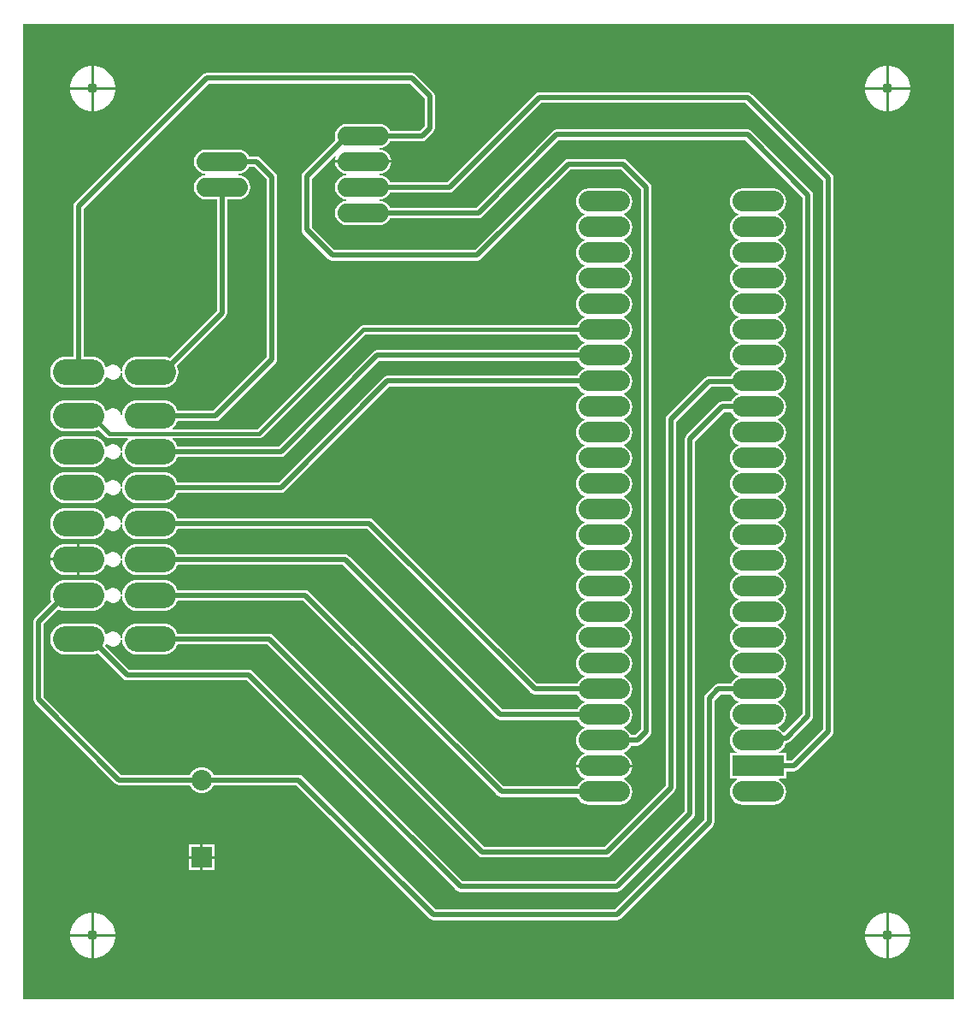
<source format=gbr>
%TF.GenerationSoftware,Altium Limited,Altium Designer,24.4.1 (13)*%
G04 Layer_Physical_Order=2*
G04 Layer_Color=16711680*
%FSLAX45Y45*%
%MOMM*%
%TF.SameCoordinates,D1C9AD75-6FC3-430C-8E8E-54DC3705F24A*%
%TF.FilePolarity,Positive*%
%TF.FileFunction,Copper,L2,Bot,Signal*%
%TF.Part,Single*%
G01*
G75*
%TA.AperFunction,ViaPad*%
%ADD10C,1.01600*%
%TA.AperFunction,Conductor*%
%ADD11C,0.50800*%
%ADD12C,0.38100*%
%TA.AperFunction,ComponentPad*%
%ADD13O,5.08000X2.54000*%
%ADD14C,2.03200*%
%ADD15R,2.03200X2.03200*%
%ADD16O,5.08000X1.90500*%
%ADD17O,5.08000X2.03200*%
%ADD18R,5.08000X2.03200*%
G36*
X11836400Y2667000D02*
X2616200D01*
Y12319000D01*
X11836400D01*
Y2667000D01*
D02*
G37*
%LPC*%
G36*
X11198200Y11909400D02*
X11188700D01*
Y11696700D01*
X11401400D01*
Y11706200D01*
X11392738Y11749747D01*
X11375747Y11790767D01*
X11351080Y11827684D01*
X11319684Y11859080D01*
X11282767Y11883747D01*
X11241747Y11900738D01*
X11198200Y11909400D01*
D02*
G37*
G36*
X11163300D02*
X11153800D01*
X11110253Y11900738D01*
X11069233Y11883747D01*
X11032316Y11859080D01*
X11000920Y11827684D01*
X10976253Y11790767D01*
X10959262Y11749747D01*
X10950600Y11706200D01*
Y11696700D01*
X11163300D01*
Y11909400D01*
D02*
G37*
G36*
X3324200D02*
X3314700D01*
Y11696700D01*
X3527400D01*
Y11706200D01*
X3518738Y11749747D01*
X3501747Y11790767D01*
X3477080Y11827684D01*
X3445684Y11859080D01*
X3408767Y11883747D01*
X3367747Y11900738D01*
X3324200Y11909400D01*
D02*
G37*
G36*
X3289300D02*
X3279800D01*
X3236253Y11900738D01*
X3195233Y11883747D01*
X3158316Y11859080D01*
X3126920Y11827684D01*
X3102253Y11790767D01*
X3085262Y11749747D01*
X3076600Y11706200D01*
Y11696700D01*
X3289300D01*
Y11909400D01*
D02*
G37*
G36*
X11401400Y11671300D02*
X11188700D01*
Y11458600D01*
X11198200D01*
X11241747Y11467262D01*
X11282767Y11484253D01*
X11319684Y11508920D01*
X11351080Y11540316D01*
X11375747Y11577233D01*
X11392738Y11618253D01*
X11401400Y11661800D01*
Y11671300D01*
D02*
G37*
G36*
X11163300D02*
X10950600D01*
Y11661800D01*
X10959262Y11618253D01*
X10976253Y11577233D01*
X11000920Y11540316D01*
X11032316Y11508920D01*
X11069233Y11484253D01*
X11110253Y11467262D01*
X11153800Y11458600D01*
X11163300D01*
Y11671300D01*
D02*
G37*
G36*
X3527400D02*
X3314700D01*
Y11458600D01*
X3324200D01*
X3367747Y11467262D01*
X3408767Y11484253D01*
X3445684Y11508920D01*
X3477080Y11540316D01*
X3501747Y11577233D01*
X3518738Y11618253D01*
X3527400Y11661800D01*
Y11671300D01*
D02*
G37*
G36*
X3289300D02*
X3076600D01*
Y11661800D01*
X3085262Y11618253D01*
X3102253Y11577233D01*
X3126920Y11540316D01*
X3158316Y11508920D01*
X3195233Y11484253D01*
X3236253Y11467262D01*
X3279800Y11458600D01*
X3289300D01*
Y11671300D01*
D02*
G37*
G36*
X6464300Y11837395D02*
X4432300D01*
X4412479Y11833453D01*
X4395675Y11822225D01*
X3125675Y10552225D01*
X3114447Y10535421D01*
X3110505Y10515600D01*
Y9030437D01*
X3035300D01*
X3005424Y9027495D01*
X2976697Y9018781D01*
X2950221Y9004629D01*
X2927015Y8985585D01*
X2907971Y8962379D01*
X2893819Y8935903D01*
X2885105Y8907176D01*
X2882163Y8877300D01*
X2885105Y8847424D01*
X2893819Y8818697D01*
X2907971Y8792221D01*
X2927015Y8769015D01*
X2950221Y8749971D01*
X2976697Y8735819D01*
X3005424Y8727105D01*
X3035300Y8724163D01*
X3289300D01*
X3319176Y8727105D01*
X3347903Y8735819D01*
X3374379Y8749971D01*
X3397585Y8769015D01*
X3416629Y8792221D01*
X3430781Y8818697D01*
X3433164Y8826554D01*
X3446842Y8827894D01*
X3458412Y8816325D01*
X3475788Y8806293D01*
X3495168Y8801100D01*
X3515232D01*
X3534612Y8806293D01*
X3551988Y8816325D01*
X3566175Y8830512D01*
X3576207Y8847888D01*
X3581400Y8867268D01*
Y8869190D01*
X3594100Y8869814D01*
X3596305Y8847424D01*
X3605019Y8818697D01*
X3619171Y8792221D01*
X3638215Y8769015D01*
X3661421Y8749971D01*
X3687897Y8735819D01*
X3716624Y8727105D01*
X3746500Y8724163D01*
X4000500D01*
X4030376Y8727105D01*
X4059103Y8735819D01*
X4085579Y8749971D01*
X4108785Y8769015D01*
X4127829Y8792221D01*
X4141981Y8818697D01*
X4150695Y8847424D01*
X4153637Y8877300D01*
X4150695Y8907176D01*
X4141981Y8935903D01*
X4138627Y8942177D01*
X4621325Y9424875D01*
X4632553Y9441679D01*
X4636495Y9461500D01*
Y10584409D01*
X4743450D01*
X4774946Y10588555D01*
X4804296Y10600712D01*
X4829499Y10620051D01*
X4848838Y10645254D01*
X4860995Y10674604D01*
X4865141Y10706100D01*
X4860995Y10737596D01*
X4848838Y10766946D01*
X4829499Y10792149D01*
X4804296Y10811488D01*
X4774946Y10823645D01*
X4751775Y10826695D01*
Y10839505D01*
X4774946Y10842555D01*
X4804296Y10854712D01*
X4829499Y10874051D01*
X4848838Y10899254D01*
X4852586Y10908305D01*
X4906146D01*
X5028205Y10786246D01*
Y9025754D01*
X4499746Y8497295D01*
X4144046D01*
X4141981Y8504103D01*
X4127829Y8530579D01*
X4108785Y8553785D01*
X4085579Y8572829D01*
X4059103Y8586981D01*
X4030376Y8595695D01*
X4000500Y8598637D01*
X3746500D01*
X3716624Y8595695D01*
X3687897Y8586981D01*
X3661421Y8572829D01*
X3638215Y8553785D01*
X3619171Y8530579D01*
X3605019Y8504103D01*
X3596305Y8475376D01*
X3594100Y8452986D01*
X3581400Y8453610D01*
Y8455532D01*
X3576207Y8474912D01*
X3566175Y8492288D01*
X3551988Y8506475D01*
X3534612Y8516507D01*
X3515232Y8521700D01*
X3495168D01*
X3475788Y8516507D01*
X3458412Y8506475D01*
X3446842Y8494906D01*
X3433164Y8496246D01*
X3430781Y8504103D01*
X3416629Y8530579D01*
X3397585Y8553785D01*
X3374379Y8572829D01*
X3347903Y8586981D01*
X3319176Y8595695D01*
X3289300Y8598637D01*
X3035300D01*
X3005424Y8595695D01*
X2976697Y8586981D01*
X2950221Y8572829D01*
X2927015Y8553785D01*
X2907971Y8530579D01*
X2893819Y8504103D01*
X2885105Y8475376D01*
X2882163Y8445500D01*
X2885105Y8415624D01*
X2893819Y8386897D01*
X2907971Y8360421D01*
X2927015Y8337215D01*
X2950221Y8318171D01*
X2976697Y8304019D01*
X3005424Y8295305D01*
X3035300Y8292363D01*
X3289300D01*
X3319176Y8295305D01*
X3347903Y8304019D01*
X3360144Y8310563D01*
X3435053Y8235654D01*
X3435053Y8235653D01*
X3449757Y8225829D01*
X3467100Y8222379D01*
X3647677D01*
X3652222Y8209679D01*
X3638215Y8198185D01*
X3619171Y8174979D01*
X3605019Y8148503D01*
X3596305Y8119776D01*
X3594100Y8097386D01*
X3581400Y8098010D01*
Y8099932D01*
X3576207Y8119312D01*
X3566175Y8136688D01*
X3551988Y8150875D01*
X3534612Y8160907D01*
X3515232Y8166100D01*
X3495168D01*
X3475788Y8160907D01*
X3458412Y8150875D01*
X3446842Y8139306D01*
X3433164Y8140646D01*
X3430781Y8148503D01*
X3416629Y8174979D01*
X3397585Y8198185D01*
X3374379Y8217229D01*
X3347903Y8231381D01*
X3319176Y8240095D01*
X3289300Y8243037D01*
X3035300D01*
X3005424Y8240095D01*
X2976697Y8231381D01*
X2950221Y8217229D01*
X2927015Y8198185D01*
X2907971Y8174979D01*
X2893819Y8148503D01*
X2885105Y8119776D01*
X2882163Y8089900D01*
X2885105Y8060024D01*
X2893819Y8031297D01*
X2907971Y8004821D01*
X2927015Y7981615D01*
X2950221Y7962571D01*
X2976697Y7948419D01*
X3005424Y7939705D01*
X3035300Y7936763D01*
X3289300D01*
X3319176Y7939705D01*
X3347903Y7948419D01*
X3374379Y7962571D01*
X3397585Y7981615D01*
X3416629Y8004821D01*
X3430781Y8031297D01*
X3433164Y8039154D01*
X3446842Y8040494D01*
X3458412Y8028925D01*
X3475788Y8018893D01*
X3495168Y8013700D01*
X3515232D01*
X3534612Y8018893D01*
X3551988Y8028925D01*
X3566175Y8043112D01*
X3576207Y8060488D01*
X3581400Y8079868D01*
Y8081790D01*
X3594100Y8082414D01*
X3596305Y8060024D01*
X3605019Y8031297D01*
X3619171Y8004821D01*
X3638215Y7981615D01*
X3661421Y7962571D01*
X3687897Y7948419D01*
X3716624Y7939705D01*
X3746500Y7936763D01*
X4000500D01*
X4030376Y7939705D01*
X4059103Y7948419D01*
X4085579Y7962571D01*
X4108785Y7981615D01*
X4127829Y8004821D01*
X4141981Y8031297D01*
X4144046Y8038105D01*
X5168900D01*
X5188721Y8042047D01*
X5205525Y8053275D01*
X6142854Y8990605D01*
X8100891D01*
X8105966Y8978352D01*
X8126323Y8951823D01*
X8152852Y8931466D01*
X8175045Y8922273D01*
Y8908527D01*
X8152852Y8899334D01*
X8126323Y8878977D01*
X8105966Y8852448D01*
X8100891Y8840195D01*
X6223000D01*
X6203179Y8836253D01*
X6186375Y8825025D01*
X5147446Y7786095D01*
X4144046D01*
X4141981Y7792903D01*
X4127829Y7819379D01*
X4108785Y7842585D01*
X4085579Y7861629D01*
X4059103Y7875781D01*
X4030376Y7884495D01*
X4000500Y7887437D01*
X3746500D01*
X3716624Y7884495D01*
X3687897Y7875781D01*
X3661421Y7861629D01*
X3638215Y7842585D01*
X3619171Y7819379D01*
X3605019Y7792903D01*
X3596305Y7764176D01*
X3594100Y7741786D01*
X3581400Y7742410D01*
Y7744332D01*
X3576207Y7763712D01*
X3566175Y7781088D01*
X3551988Y7795275D01*
X3534612Y7805307D01*
X3515232Y7810500D01*
X3495168D01*
X3475788Y7805307D01*
X3458412Y7795275D01*
X3446842Y7783706D01*
X3433164Y7785046D01*
X3430781Y7792903D01*
X3416629Y7819379D01*
X3397585Y7842585D01*
X3374379Y7861629D01*
X3347903Y7875781D01*
X3319176Y7884495D01*
X3289300Y7887437D01*
X3035300D01*
X3005424Y7884495D01*
X2976697Y7875781D01*
X2950221Y7861629D01*
X2927015Y7842585D01*
X2907971Y7819379D01*
X2893819Y7792903D01*
X2885105Y7764176D01*
X2882163Y7734300D01*
X2885105Y7704424D01*
X2893819Y7675697D01*
X2907971Y7649221D01*
X2927015Y7626015D01*
X2950221Y7606971D01*
X2976697Y7592819D01*
X3005424Y7584105D01*
X3035300Y7581163D01*
X3289300D01*
X3319176Y7584105D01*
X3347903Y7592819D01*
X3374379Y7606971D01*
X3397585Y7626015D01*
X3416629Y7649221D01*
X3430781Y7675697D01*
X3433164Y7683554D01*
X3446842Y7684894D01*
X3458412Y7673325D01*
X3475788Y7663293D01*
X3495168Y7658100D01*
X3515232D01*
X3534612Y7663293D01*
X3551988Y7673325D01*
X3566175Y7687512D01*
X3576207Y7704888D01*
X3581400Y7724268D01*
Y7726190D01*
X3594100Y7726814D01*
X3596305Y7704424D01*
X3605019Y7675697D01*
X3619171Y7649221D01*
X3638215Y7626015D01*
X3661421Y7606971D01*
X3687897Y7592819D01*
X3716624Y7584105D01*
X3746500Y7581163D01*
X4000500D01*
X4030376Y7584105D01*
X4059103Y7592819D01*
X4085579Y7606971D01*
X4108785Y7626015D01*
X4127829Y7649221D01*
X4141981Y7675697D01*
X4144046Y7682505D01*
X5168900D01*
X5188721Y7686447D01*
X5205525Y7697675D01*
X6244454Y8736605D01*
X8100891D01*
X8105966Y8724352D01*
X8126323Y8697823D01*
X8152852Y8677466D01*
X8175045Y8668273D01*
Y8654527D01*
X8152852Y8645334D01*
X8126323Y8624977D01*
X8105966Y8598448D01*
X8093169Y8567554D01*
X8088804Y8534400D01*
X8093169Y8501246D01*
X8105966Y8470352D01*
X8126323Y8443823D01*
X8152852Y8423466D01*
X8175045Y8414273D01*
Y8400527D01*
X8152852Y8391334D01*
X8126323Y8370977D01*
X8105966Y8344448D01*
X8093169Y8313554D01*
X8088804Y8280400D01*
X8093169Y8247246D01*
X8105966Y8216352D01*
X8126323Y8189823D01*
X8152852Y8169466D01*
X8175045Y8160273D01*
Y8146527D01*
X8152852Y8137334D01*
X8126323Y8116977D01*
X8105966Y8090448D01*
X8093169Y8059554D01*
X8088804Y8026400D01*
X8093169Y7993246D01*
X8105966Y7962352D01*
X8126323Y7935823D01*
X8152852Y7915466D01*
X8175045Y7906273D01*
Y7892527D01*
X8152852Y7883334D01*
X8126323Y7862977D01*
X8105966Y7836448D01*
X8093169Y7805554D01*
X8088804Y7772400D01*
X8093169Y7739246D01*
X8105966Y7708352D01*
X8126323Y7681823D01*
X8152852Y7661466D01*
X8175045Y7652273D01*
Y7638527D01*
X8152852Y7629334D01*
X8126323Y7608977D01*
X8105966Y7582448D01*
X8093169Y7551554D01*
X8088804Y7518400D01*
X8093169Y7485246D01*
X8105966Y7454352D01*
X8126323Y7427823D01*
X8152852Y7407466D01*
X8175045Y7398273D01*
Y7384527D01*
X8152852Y7375334D01*
X8126323Y7354977D01*
X8105966Y7328448D01*
X8093169Y7297554D01*
X8088804Y7264400D01*
X8093169Y7231246D01*
X8105966Y7200352D01*
X8126323Y7173823D01*
X8152852Y7153466D01*
X8175045Y7144273D01*
Y7130527D01*
X8152852Y7121334D01*
X8126323Y7100977D01*
X8105966Y7074448D01*
X8093169Y7043554D01*
X8088804Y7010400D01*
X8093169Y6977246D01*
X8105966Y6946352D01*
X8126323Y6919823D01*
X8152852Y6899466D01*
X8175045Y6890273D01*
Y6876527D01*
X8152852Y6867334D01*
X8126323Y6846977D01*
X8105966Y6820448D01*
X8093169Y6789554D01*
X8088804Y6756400D01*
X8093169Y6723246D01*
X8105966Y6692352D01*
X8126323Y6665823D01*
X8152852Y6645466D01*
X8175045Y6636273D01*
Y6622527D01*
X8152852Y6613334D01*
X8126323Y6592977D01*
X8105966Y6566448D01*
X8093169Y6535554D01*
X8088804Y6502400D01*
X8093169Y6469246D01*
X8105966Y6438352D01*
X8126323Y6411823D01*
X8152852Y6391466D01*
X8175045Y6382273D01*
Y6368527D01*
X8152852Y6359334D01*
X8126323Y6338977D01*
X8105966Y6312448D01*
X8093169Y6281554D01*
X8088804Y6248400D01*
X8093169Y6215246D01*
X8105966Y6184352D01*
X8126323Y6157823D01*
X8152852Y6137466D01*
X8175045Y6128273D01*
Y6114527D01*
X8152852Y6105334D01*
X8126323Y6084977D01*
X8105966Y6058448D01*
X8093169Y6027554D01*
X8088804Y5994400D01*
X8093169Y5961246D01*
X8105966Y5930352D01*
X8126323Y5903823D01*
X8152852Y5883466D01*
X8175045Y5874273D01*
Y5860527D01*
X8152852Y5851334D01*
X8126323Y5830977D01*
X8105966Y5804448D01*
X8100891Y5792195D01*
X7704954D01*
X6081825Y7415325D01*
X6065021Y7426553D01*
X6045200Y7430495D01*
X4144046D01*
X4141981Y7437303D01*
X4127829Y7463779D01*
X4108785Y7486985D01*
X4085579Y7506029D01*
X4059103Y7520181D01*
X4030376Y7528895D01*
X4000500Y7531837D01*
X3746500D01*
X3716624Y7528895D01*
X3687897Y7520181D01*
X3661421Y7506029D01*
X3638215Y7486985D01*
X3619171Y7463779D01*
X3605019Y7437303D01*
X3596305Y7408576D01*
X3594100Y7386186D01*
X3581400Y7386810D01*
Y7388732D01*
X3576207Y7408112D01*
X3566175Y7425488D01*
X3551988Y7439675D01*
X3534612Y7449707D01*
X3515232Y7454900D01*
X3495168D01*
X3475788Y7449707D01*
X3458412Y7439675D01*
X3446842Y7428106D01*
X3433164Y7429446D01*
X3430781Y7437303D01*
X3416629Y7463779D01*
X3397585Y7486985D01*
X3374379Y7506029D01*
X3347903Y7520181D01*
X3319176Y7528895D01*
X3289300Y7531837D01*
X3035300D01*
X3005424Y7528895D01*
X2976697Y7520181D01*
X2950221Y7506029D01*
X2927015Y7486985D01*
X2907971Y7463779D01*
X2893819Y7437303D01*
X2885105Y7408576D01*
X2882163Y7378700D01*
X2885105Y7348824D01*
X2893819Y7320097D01*
X2907971Y7293621D01*
X2927015Y7270415D01*
X2950221Y7251371D01*
X2976697Y7237219D01*
X3005424Y7228505D01*
X3035300Y7225563D01*
X3289300D01*
X3319176Y7228505D01*
X3347903Y7237219D01*
X3374379Y7251371D01*
X3397585Y7270415D01*
X3416629Y7293621D01*
X3430781Y7320097D01*
X3433164Y7327954D01*
X3446842Y7329294D01*
X3458412Y7317725D01*
X3475788Y7307693D01*
X3495168Y7302500D01*
X3515232D01*
X3534612Y7307693D01*
X3551988Y7317725D01*
X3566175Y7331912D01*
X3576207Y7349288D01*
X3581400Y7368668D01*
Y7370590D01*
X3594100Y7371214D01*
X3596305Y7348824D01*
X3605019Y7320097D01*
X3619171Y7293621D01*
X3638215Y7270415D01*
X3661421Y7251371D01*
X3687897Y7237219D01*
X3716624Y7228505D01*
X3746500Y7225563D01*
X4000500D01*
X4030376Y7228505D01*
X4059103Y7237219D01*
X4085579Y7251371D01*
X4108785Y7270415D01*
X4127829Y7293621D01*
X4141981Y7320097D01*
X4144046Y7326905D01*
X6023746D01*
X7646875Y5703776D01*
X7646875Y5703775D01*
X7663679Y5692547D01*
X7683500Y5688605D01*
X8100891D01*
X8105966Y5676352D01*
X8126323Y5649823D01*
X8152852Y5629466D01*
X8175045Y5620273D01*
Y5606527D01*
X8152852Y5597334D01*
X8126323Y5576977D01*
X8105966Y5550448D01*
X8100891Y5538195D01*
X7362054D01*
X5840525Y7059725D01*
X5823721Y7070953D01*
X5803900Y7074895D01*
X4144046D01*
X4141981Y7081703D01*
X4127829Y7108179D01*
X4108785Y7131385D01*
X4085579Y7150429D01*
X4059103Y7164581D01*
X4030376Y7173295D01*
X4000500Y7176237D01*
X3746500D01*
X3716624Y7173295D01*
X3687897Y7164581D01*
X3661421Y7150429D01*
X3638215Y7131385D01*
X3619171Y7108179D01*
X3605019Y7081703D01*
X3596305Y7052976D01*
X3594100Y7030586D01*
X3581400Y7031210D01*
Y7033132D01*
X3576207Y7052512D01*
X3566175Y7069888D01*
X3551988Y7084075D01*
X3534612Y7094107D01*
X3515232Y7099300D01*
X3495168D01*
X3475788Y7094107D01*
X3458412Y7084075D01*
X3446842Y7072506D01*
X3433164Y7073846D01*
X3430781Y7081703D01*
X3416629Y7108179D01*
X3397585Y7131385D01*
X3374379Y7150429D01*
X3347903Y7164581D01*
X3319176Y7173295D01*
X3289300Y7176237D01*
X3175000D01*
Y7023100D01*
Y6869963D01*
X3289300D01*
X3319176Y6872905D01*
X3347903Y6881619D01*
X3374379Y6895771D01*
X3397585Y6914815D01*
X3416629Y6938021D01*
X3430781Y6964497D01*
X3433164Y6972354D01*
X3446842Y6973694D01*
X3458412Y6962125D01*
X3475788Y6952093D01*
X3495168Y6946900D01*
X3515232D01*
X3534612Y6952093D01*
X3551988Y6962125D01*
X3566175Y6976312D01*
X3576207Y6993688D01*
X3581400Y7013068D01*
Y7014990D01*
X3594100Y7015614D01*
X3596305Y6993224D01*
X3605019Y6964497D01*
X3619171Y6938021D01*
X3638215Y6914815D01*
X3661421Y6895771D01*
X3687897Y6881619D01*
X3716624Y6872905D01*
X3746500Y6869963D01*
X4000500D01*
X4030376Y6872905D01*
X4059103Y6881619D01*
X4085579Y6895771D01*
X4108785Y6914815D01*
X4127829Y6938021D01*
X4141981Y6964497D01*
X4144046Y6971305D01*
X5782446D01*
X7303975Y5449775D01*
X7320779Y5438547D01*
X7340600Y5434605D01*
X8100891D01*
X8105966Y5422352D01*
X8126323Y5395823D01*
X8152852Y5375466D01*
X8175045Y5366273D01*
Y5352527D01*
X8152852Y5343334D01*
X8126323Y5322977D01*
X8105966Y5296448D01*
X8093169Y5265554D01*
X8088804Y5232400D01*
X8093169Y5199246D01*
X8105966Y5168352D01*
X8126323Y5141823D01*
X8152852Y5121466D01*
X8175045Y5112273D01*
Y5098527D01*
X8152852Y5089334D01*
X8126323Y5068977D01*
X8105966Y5042448D01*
X8093169Y5011554D01*
X8090476Y4991100D01*
X8369300D01*
X8648124D01*
X8645431Y5011554D01*
X8632634Y5042448D01*
X8612277Y5068977D01*
X8585748Y5089334D01*
X8563555Y5098527D01*
Y5112273D01*
X8585748Y5121466D01*
X8612277Y5141823D01*
X8632634Y5168352D01*
X8637709Y5180605D01*
X8699500D01*
X8719321Y5184547D01*
X8736125Y5195775D01*
X8825025Y5284675D01*
X8836253Y5301479D01*
X8840195Y5321300D01*
Y10706100D01*
X8836253Y10725921D01*
X8825025Y10742725D01*
X8596425Y10971325D01*
X8579621Y10982553D01*
X8559800Y10986495D01*
X8013700D01*
X7993879Y10982553D01*
X7977075Y10971325D01*
X7090546Y10084795D01*
X5698354D01*
X5474695Y10308454D01*
Y10792596D01*
X5704361Y11022261D01*
X5715128Y11015067D01*
X5705405Y10991596D01*
X5702931Y10972800D01*
X5981700D01*
X6260469D01*
X6257995Y10991596D01*
X6245838Y11020946D01*
X6226499Y11046149D01*
X6201296Y11065488D01*
X6171946Y11077645D01*
X6148775Y11080695D01*
Y11093505D01*
X6171946Y11096555D01*
X6201296Y11108712D01*
X6226499Y11128051D01*
X6245838Y11153254D01*
X6249586Y11162305D01*
X6565900D01*
X6585721Y11166247D01*
X6602525Y11177475D01*
X6678725Y11253675D01*
X6689953Y11270479D01*
X6693895Y11290300D01*
Y11607800D01*
X6689953Y11627621D01*
X6678725Y11644425D01*
X6678724Y11644425D01*
X6500925Y11822225D01*
X6484121Y11833453D01*
X6464300Y11837395D01*
D02*
G37*
G36*
X3149600Y7176237D02*
X3035300D01*
X3005424Y7173295D01*
X2976697Y7164581D01*
X2950221Y7150429D01*
X2927015Y7131385D01*
X2907971Y7108179D01*
X2893819Y7081703D01*
X2885105Y7052976D01*
X2883414Y7035800D01*
X3149600D01*
Y7176237D01*
D02*
G37*
G36*
Y7010400D02*
X2883414D01*
X2885105Y6993224D01*
X2893819Y6964497D01*
X2907971Y6938021D01*
X2927015Y6914815D01*
X2950221Y6895771D01*
X2976697Y6881619D01*
X3005424Y6872905D01*
X3035300Y6869963D01*
X3149600D01*
Y7010400D01*
D02*
G37*
G36*
X9791700Y11646895D02*
X7725292D01*
X7705470Y11642953D01*
X7688667Y11631725D01*
X7688666Y11631724D01*
X6814837Y10757895D01*
X6249586D01*
X6245838Y10766946D01*
X6226499Y10792149D01*
X6201296Y10811488D01*
X6171946Y10823645D01*
X6148775Y10826695D01*
Y10839505D01*
X6171946Y10842555D01*
X6201296Y10854712D01*
X6226499Y10874051D01*
X6245838Y10899254D01*
X6257995Y10928604D01*
X6260469Y10947400D01*
X5981700D01*
X5702931D01*
X5705405Y10928604D01*
X5717562Y10899254D01*
X5736901Y10874051D01*
X5762104Y10854712D01*
X5791454Y10842555D01*
X5814625Y10839505D01*
Y10826695D01*
X5791454Y10823645D01*
X5762104Y10811488D01*
X5736901Y10792149D01*
X5717562Y10766946D01*
X5705405Y10737596D01*
X5701259Y10706100D01*
X5705405Y10674604D01*
X5717562Y10645254D01*
X5736901Y10620051D01*
X5762104Y10600712D01*
X5791454Y10588555D01*
X5814625Y10585505D01*
Y10572695D01*
X5791454Y10569645D01*
X5762104Y10557488D01*
X5736901Y10538149D01*
X5717562Y10512946D01*
X5705405Y10483596D01*
X5701259Y10452100D01*
X5705405Y10420604D01*
X5717562Y10391254D01*
X5736901Y10366051D01*
X5762104Y10346712D01*
X5791454Y10334555D01*
X5822950Y10330409D01*
X6140450D01*
X6171946Y10334555D01*
X6201296Y10346712D01*
X6226499Y10366051D01*
X6245838Y10391254D01*
X6249586Y10400305D01*
X7124700D01*
X7144521Y10404247D01*
X7161325Y10415475D01*
X7920854Y11175005D01*
X9770246D01*
X10336805Y10608446D01*
Y5495154D01*
X10157622Y5315972D01*
X10140865Y5316999D01*
X10136277Y5322977D01*
X10109748Y5343334D01*
X10087555Y5352527D01*
Y5366273D01*
X10109748Y5375466D01*
X10136277Y5395823D01*
X10156634Y5422352D01*
X10169431Y5453246D01*
X10173796Y5486400D01*
X10169431Y5519554D01*
X10156634Y5550448D01*
X10136277Y5576977D01*
X10109748Y5597334D01*
X10087555Y5606527D01*
Y5620273D01*
X10109748Y5629466D01*
X10136277Y5649823D01*
X10156634Y5676352D01*
X10169431Y5707246D01*
X10173796Y5740400D01*
X10169431Y5773554D01*
X10156634Y5804448D01*
X10136277Y5830977D01*
X10109748Y5851334D01*
X10087555Y5860527D01*
Y5874273D01*
X10109748Y5883466D01*
X10136277Y5903823D01*
X10156634Y5930352D01*
X10169431Y5961246D01*
X10173796Y5994400D01*
X10169431Y6027554D01*
X10156634Y6058448D01*
X10136277Y6084977D01*
X10109748Y6105334D01*
X10087555Y6114527D01*
Y6128273D01*
X10109748Y6137466D01*
X10136277Y6157823D01*
X10156634Y6184352D01*
X10169431Y6215246D01*
X10173796Y6248400D01*
X10169431Y6281554D01*
X10156634Y6312448D01*
X10136277Y6338977D01*
X10109748Y6359334D01*
X10087555Y6368527D01*
Y6382273D01*
X10109748Y6391466D01*
X10136277Y6411823D01*
X10156634Y6438352D01*
X10169431Y6469246D01*
X10173796Y6502400D01*
X10169431Y6535554D01*
X10156634Y6566448D01*
X10136277Y6592977D01*
X10109748Y6613334D01*
X10087555Y6622527D01*
Y6636273D01*
X10109748Y6645466D01*
X10136277Y6665823D01*
X10156634Y6692352D01*
X10169431Y6723246D01*
X10173796Y6756400D01*
X10169431Y6789554D01*
X10156634Y6820448D01*
X10136277Y6846977D01*
X10109748Y6867334D01*
X10087555Y6876527D01*
Y6890273D01*
X10109748Y6899466D01*
X10136277Y6919823D01*
X10156634Y6946352D01*
X10169431Y6977246D01*
X10173796Y7010400D01*
X10169431Y7043554D01*
X10156634Y7074448D01*
X10136277Y7100977D01*
X10109748Y7121334D01*
X10087555Y7130527D01*
Y7144273D01*
X10109748Y7153466D01*
X10136277Y7173823D01*
X10156634Y7200352D01*
X10169431Y7231246D01*
X10173796Y7264400D01*
X10169431Y7297554D01*
X10156634Y7328448D01*
X10136277Y7354977D01*
X10109748Y7375334D01*
X10087555Y7384527D01*
Y7398273D01*
X10109748Y7407466D01*
X10136277Y7427823D01*
X10156634Y7454352D01*
X10169431Y7485246D01*
X10173796Y7518400D01*
X10169431Y7551554D01*
X10156634Y7582448D01*
X10136277Y7608977D01*
X10109748Y7629334D01*
X10087555Y7638527D01*
Y7652273D01*
X10109748Y7661466D01*
X10136277Y7681823D01*
X10156634Y7708352D01*
X10169431Y7739246D01*
X10173796Y7772400D01*
X10169431Y7805554D01*
X10156634Y7836448D01*
X10136277Y7862977D01*
X10109748Y7883334D01*
X10087555Y7892527D01*
Y7906273D01*
X10109748Y7915466D01*
X10136277Y7935823D01*
X10156634Y7962352D01*
X10169431Y7993246D01*
X10173796Y8026400D01*
X10169431Y8059554D01*
X10156634Y8090448D01*
X10136277Y8116977D01*
X10109748Y8137334D01*
X10087555Y8146527D01*
Y8160273D01*
X10109748Y8169466D01*
X10136277Y8189823D01*
X10156634Y8216352D01*
X10169431Y8247246D01*
X10173796Y8280400D01*
X10169431Y8313554D01*
X10156634Y8344448D01*
X10136277Y8370977D01*
X10109748Y8391334D01*
X10087555Y8400527D01*
Y8414273D01*
X10109748Y8423466D01*
X10136277Y8443823D01*
X10156634Y8470352D01*
X10169431Y8501246D01*
X10173796Y8534400D01*
X10169431Y8567554D01*
X10156634Y8598448D01*
X10136277Y8624977D01*
X10109748Y8645334D01*
X10087555Y8654527D01*
Y8668273D01*
X10109748Y8677466D01*
X10136277Y8697823D01*
X10156634Y8724352D01*
X10169431Y8755246D01*
X10173796Y8788400D01*
X10169431Y8821554D01*
X10156634Y8852448D01*
X10136277Y8878977D01*
X10109748Y8899334D01*
X10087555Y8908527D01*
Y8922273D01*
X10109748Y8931466D01*
X10136277Y8951823D01*
X10156634Y8978352D01*
X10169431Y9009246D01*
X10173796Y9042400D01*
X10169431Y9075554D01*
X10156634Y9106448D01*
X10136277Y9132977D01*
X10109748Y9153334D01*
X10087555Y9162527D01*
Y9176273D01*
X10109748Y9185466D01*
X10136277Y9205823D01*
X10156634Y9232352D01*
X10169431Y9263246D01*
X10173796Y9296400D01*
X10169431Y9329554D01*
X10156634Y9360448D01*
X10136277Y9386977D01*
X10109748Y9407334D01*
X10087555Y9416527D01*
Y9430273D01*
X10109748Y9439466D01*
X10136277Y9459823D01*
X10156634Y9486352D01*
X10169431Y9517246D01*
X10173796Y9550400D01*
X10169431Y9583554D01*
X10156634Y9614448D01*
X10136277Y9640977D01*
X10109748Y9661334D01*
X10087555Y9670527D01*
Y9684273D01*
X10109748Y9693466D01*
X10136277Y9713823D01*
X10156634Y9740352D01*
X10169431Y9771246D01*
X10173796Y9804400D01*
X10169431Y9837554D01*
X10156634Y9868448D01*
X10136277Y9894977D01*
X10109748Y9915334D01*
X10087555Y9924527D01*
Y9938273D01*
X10109748Y9947466D01*
X10136277Y9967823D01*
X10156634Y9994352D01*
X10169431Y10025246D01*
X10173796Y10058400D01*
X10169431Y10091554D01*
X10156634Y10122448D01*
X10136277Y10148977D01*
X10109748Y10169334D01*
X10087555Y10178527D01*
Y10192273D01*
X10109748Y10201466D01*
X10136277Y10221823D01*
X10156634Y10248352D01*
X10169431Y10279246D01*
X10173796Y10312400D01*
X10169431Y10345554D01*
X10156634Y10376448D01*
X10136277Y10402977D01*
X10109748Y10423334D01*
X10087555Y10432527D01*
Y10446273D01*
X10109748Y10455466D01*
X10136277Y10475823D01*
X10156634Y10502352D01*
X10169431Y10533246D01*
X10173796Y10566400D01*
X10169431Y10599554D01*
X10156634Y10630448D01*
X10136277Y10656977D01*
X10109748Y10677334D01*
X10078854Y10690131D01*
X10045700Y10694496D01*
X9740900D01*
X9707746Y10690131D01*
X9676852Y10677334D01*
X9650323Y10656977D01*
X9629966Y10630448D01*
X9617169Y10599554D01*
X9612804Y10566400D01*
X9617169Y10533246D01*
X9629966Y10502352D01*
X9650323Y10475823D01*
X9676852Y10455466D01*
X9699045Y10446273D01*
Y10432527D01*
X9676852Y10423334D01*
X9650323Y10402977D01*
X9629966Y10376448D01*
X9617169Y10345554D01*
X9612804Y10312400D01*
X9617169Y10279246D01*
X9629966Y10248352D01*
X9650323Y10221823D01*
X9676852Y10201466D01*
X9699045Y10192273D01*
Y10178527D01*
X9676852Y10169334D01*
X9650323Y10148977D01*
X9629966Y10122448D01*
X9617169Y10091554D01*
X9612804Y10058400D01*
X9617169Y10025246D01*
X9629966Y9994352D01*
X9650323Y9967823D01*
X9676852Y9947466D01*
X9699045Y9938273D01*
Y9924527D01*
X9676852Y9915334D01*
X9650323Y9894977D01*
X9629966Y9868448D01*
X9617169Y9837554D01*
X9612804Y9804400D01*
X9617169Y9771246D01*
X9629966Y9740352D01*
X9650323Y9713823D01*
X9676852Y9693466D01*
X9699045Y9684273D01*
Y9670527D01*
X9676852Y9661334D01*
X9650323Y9640977D01*
X9629966Y9614448D01*
X9617169Y9583554D01*
X9612804Y9550400D01*
X9617169Y9517246D01*
X9629966Y9486352D01*
X9650323Y9459823D01*
X9676852Y9439466D01*
X9699045Y9430273D01*
Y9416527D01*
X9676852Y9407334D01*
X9650323Y9386977D01*
X9629966Y9360448D01*
X9617169Y9329554D01*
X9612804Y9296400D01*
X9617169Y9263246D01*
X9629966Y9232352D01*
X9650323Y9205823D01*
X9676852Y9185466D01*
X9699045Y9176273D01*
Y9162527D01*
X9676852Y9153334D01*
X9650323Y9132977D01*
X9629966Y9106448D01*
X9617169Y9075554D01*
X9612804Y9042400D01*
X9617169Y9009246D01*
X9629966Y8978352D01*
X9650323Y8951823D01*
X9676852Y8931466D01*
X9699045Y8922273D01*
Y8908527D01*
X9676852Y8899334D01*
X9650323Y8878977D01*
X9629966Y8852448D01*
X9622789Y8835122D01*
X9405627D01*
X9385805Y8831179D01*
X9369002Y8819951D01*
X8993075Y8444025D01*
X8981847Y8427221D01*
X8977905Y8407400D01*
Y4783954D01*
X8373246Y4179295D01*
X7184254D01*
X5091225Y6272325D01*
X5074421Y6283553D01*
X5054600Y6287495D01*
X4144046D01*
X4141981Y6294303D01*
X4127829Y6320779D01*
X4108785Y6343985D01*
X4085579Y6363029D01*
X4059103Y6377181D01*
X4030376Y6385895D01*
X4000500Y6388837D01*
X3746500D01*
X3716624Y6385895D01*
X3687897Y6377181D01*
X3661421Y6363029D01*
X3638215Y6343985D01*
X3619171Y6320779D01*
X3605019Y6294303D01*
X3596305Y6265576D01*
X3594100Y6243186D01*
X3581400Y6243810D01*
Y6245732D01*
X3576207Y6265112D01*
X3566175Y6282488D01*
X3551988Y6296675D01*
X3534612Y6306707D01*
X3515232Y6311900D01*
X3495168D01*
X3475788Y6306707D01*
X3458412Y6296675D01*
X3446842Y6285106D01*
X3433164Y6286446D01*
X3430781Y6294303D01*
X3416629Y6320779D01*
X3397585Y6343985D01*
X3374379Y6363029D01*
X3347903Y6377181D01*
X3319176Y6385895D01*
X3289300Y6388837D01*
X3035300D01*
X3005424Y6385895D01*
X2976697Y6377181D01*
X2950221Y6363029D01*
X2927015Y6343985D01*
X2907971Y6320779D01*
X2893819Y6294303D01*
X2885105Y6265576D01*
X2882163Y6235700D01*
X2885105Y6205824D01*
X2893819Y6177097D01*
X2907971Y6150621D01*
X2927015Y6127415D01*
X2950221Y6108371D01*
X2976697Y6094219D01*
X3005424Y6085505D01*
X3035300Y6082563D01*
X3289300D01*
X3319176Y6085505D01*
X3347903Y6094219D01*
X3354177Y6097573D01*
X3608275Y5843475D01*
X3625079Y5832247D01*
X3644900Y5828305D01*
X4829946D01*
X6910275Y3747975D01*
X6927079Y3736747D01*
X6946900Y3732805D01*
X8496300D01*
X8516121Y3736747D01*
X8532925Y3747975D01*
X9256825Y4471875D01*
X9268053Y4488679D01*
X9271995Y4508500D01*
X9271995Y4508501D01*
Y8195446D01*
X9559154Y8482605D01*
X9624891D01*
X9629966Y8470352D01*
X9650323Y8443823D01*
X9676852Y8423466D01*
X9699045Y8414273D01*
Y8400527D01*
X9676852Y8391334D01*
X9650323Y8370977D01*
X9629966Y8344448D01*
X9617169Y8313554D01*
X9612804Y8280400D01*
X9617169Y8247246D01*
X9629966Y8216352D01*
X9650323Y8189823D01*
X9676852Y8169466D01*
X9699045Y8160273D01*
Y8146527D01*
X9676852Y8137334D01*
X9650323Y8116977D01*
X9629966Y8090448D01*
X9617169Y8059554D01*
X9612804Y8026400D01*
X9617169Y7993246D01*
X9629966Y7962352D01*
X9650323Y7935823D01*
X9676852Y7915466D01*
X9699045Y7906273D01*
Y7892527D01*
X9676852Y7883334D01*
X9650323Y7862977D01*
X9629966Y7836448D01*
X9617169Y7805554D01*
X9612804Y7772400D01*
X9617169Y7739246D01*
X9629966Y7708352D01*
X9650323Y7681823D01*
X9676852Y7661466D01*
X9699045Y7652273D01*
Y7638527D01*
X9676852Y7629334D01*
X9650323Y7608977D01*
X9629966Y7582448D01*
X9617169Y7551554D01*
X9612804Y7518400D01*
X9617169Y7485246D01*
X9629966Y7454352D01*
X9650323Y7427823D01*
X9676852Y7407466D01*
X9699045Y7398273D01*
Y7384527D01*
X9676852Y7375334D01*
X9650323Y7354977D01*
X9629966Y7328448D01*
X9617169Y7297554D01*
X9612804Y7264400D01*
X9617169Y7231246D01*
X9629966Y7200352D01*
X9650323Y7173823D01*
X9676852Y7153466D01*
X9699045Y7144273D01*
Y7130527D01*
X9676852Y7121334D01*
X9650323Y7100977D01*
X9629966Y7074448D01*
X9617169Y7043554D01*
X9612804Y7010400D01*
X9617169Y6977246D01*
X9629966Y6946352D01*
X9650323Y6919823D01*
X9676852Y6899466D01*
X9699045Y6890273D01*
Y6876527D01*
X9676852Y6867334D01*
X9650323Y6846977D01*
X9629966Y6820448D01*
X9617169Y6789554D01*
X9612804Y6756400D01*
X9617169Y6723246D01*
X9629966Y6692352D01*
X9650323Y6665823D01*
X9676852Y6645466D01*
X9699045Y6636273D01*
Y6622527D01*
X9676852Y6613334D01*
X9650323Y6592977D01*
X9629966Y6566448D01*
X9617169Y6535554D01*
X9612804Y6502400D01*
X9617169Y6469246D01*
X9629966Y6438352D01*
X9650323Y6411823D01*
X9676852Y6391466D01*
X9699045Y6382273D01*
Y6368527D01*
X9676852Y6359334D01*
X9650323Y6338977D01*
X9629966Y6312448D01*
X9617169Y6281554D01*
X9612804Y6248400D01*
X9617169Y6215246D01*
X9629966Y6184352D01*
X9650323Y6157823D01*
X9676852Y6137466D01*
X9699045Y6128273D01*
Y6114527D01*
X9676852Y6105334D01*
X9650323Y6084977D01*
X9629966Y6058448D01*
X9617169Y6027554D01*
X9612804Y5994400D01*
X9617169Y5961246D01*
X9629966Y5930352D01*
X9650323Y5903823D01*
X9676852Y5883466D01*
X9699045Y5874273D01*
Y5860527D01*
X9676852Y5851334D01*
X9650323Y5830977D01*
X9629966Y5804448D01*
X9624891Y5792195D01*
X9499600D01*
X9479779Y5788253D01*
X9462975Y5777025D01*
X9374075Y5688125D01*
X9362847Y5671321D01*
X9358905Y5651500D01*
Y4441054D01*
X8474846Y3556995D01*
X6701654D01*
X5380825Y4877825D01*
X5364021Y4889053D01*
X5344200Y4892995D01*
X4498243D01*
X4483125Y4919180D01*
X4459480Y4942825D01*
X4430520Y4959545D01*
X4398220Y4968200D01*
X4364780D01*
X4332480Y4959545D01*
X4303520Y4942825D01*
X4279875Y4919180D01*
X4264757Y4892995D01*
X3587654D01*
X2820395Y5660254D01*
Y6387314D01*
X2965230Y6532148D01*
X2976697Y6526019D01*
X3005424Y6517305D01*
X3035300Y6514363D01*
X3289300D01*
X3319176Y6517305D01*
X3347903Y6526019D01*
X3374379Y6540171D01*
X3397585Y6559215D01*
X3416629Y6582421D01*
X3430781Y6608897D01*
X3433164Y6616754D01*
X3446842Y6618094D01*
X3458412Y6606525D01*
X3475788Y6596493D01*
X3495168Y6591300D01*
X3515232D01*
X3534612Y6596493D01*
X3551988Y6606525D01*
X3566175Y6620712D01*
X3576207Y6638088D01*
X3581400Y6657468D01*
Y6659390D01*
X3594100Y6660014D01*
X3596305Y6637624D01*
X3605019Y6608897D01*
X3619171Y6582421D01*
X3638215Y6559215D01*
X3661421Y6540171D01*
X3687897Y6526019D01*
X3716624Y6517305D01*
X3746500Y6514363D01*
X4000500D01*
X4030376Y6517305D01*
X4059103Y6526019D01*
X4085579Y6540171D01*
X4108785Y6559215D01*
X4127829Y6582421D01*
X4141981Y6608897D01*
X4144046Y6615705D01*
X5388746D01*
X7316675Y4687775D01*
X7333479Y4676547D01*
X7353300Y4672605D01*
X8100891D01*
X8105966Y4660352D01*
X8126323Y4633823D01*
X8152852Y4613466D01*
X8183746Y4600669D01*
X8216900Y4596304D01*
X8521700D01*
X8554854Y4600669D01*
X8585748Y4613466D01*
X8612277Y4633823D01*
X8632634Y4660352D01*
X8645431Y4691246D01*
X8649796Y4724400D01*
X8645431Y4757554D01*
X8632634Y4788448D01*
X8612277Y4814977D01*
X8585748Y4835334D01*
X8563555Y4844527D01*
Y4858273D01*
X8585748Y4867466D01*
X8612277Y4887823D01*
X8632634Y4914352D01*
X8645431Y4945246D01*
X8648124Y4965700D01*
X8369300D01*
X8090476D01*
X8093169Y4945246D01*
X8105966Y4914352D01*
X8126323Y4887823D01*
X8152852Y4867466D01*
X8175045Y4858273D01*
Y4844527D01*
X8152852Y4835334D01*
X8126323Y4814977D01*
X8105966Y4788448D01*
X8100891Y4776195D01*
X7374754D01*
X5446825Y6704125D01*
X5430021Y6715353D01*
X5410200Y6719295D01*
X4144046D01*
X4141981Y6726103D01*
X4127829Y6752579D01*
X4108785Y6775785D01*
X4085579Y6794829D01*
X4059103Y6808981D01*
X4030376Y6817695D01*
X4000500Y6820637D01*
X3746500D01*
X3716624Y6817695D01*
X3687897Y6808981D01*
X3661421Y6794829D01*
X3638215Y6775785D01*
X3619171Y6752579D01*
X3605019Y6726103D01*
X3596305Y6697376D01*
X3594100Y6674986D01*
X3581400Y6675610D01*
Y6677532D01*
X3576207Y6696912D01*
X3566175Y6714288D01*
X3551988Y6728475D01*
X3534612Y6738507D01*
X3515232Y6743700D01*
X3495168D01*
X3475788Y6738507D01*
X3458412Y6728475D01*
X3446842Y6716906D01*
X3433164Y6718246D01*
X3430781Y6726103D01*
X3416629Y6752579D01*
X3397585Y6775785D01*
X3374379Y6794829D01*
X3347903Y6808981D01*
X3319176Y6817695D01*
X3289300Y6820637D01*
X3035300D01*
X3005424Y6817695D01*
X2976697Y6808981D01*
X2950221Y6794829D01*
X2927015Y6775785D01*
X2907971Y6752579D01*
X2893819Y6726103D01*
X2885105Y6697376D01*
X2882163Y6667500D01*
X2885105Y6637624D01*
X2893819Y6608897D01*
X2894398Y6607815D01*
X2731975Y6445393D01*
X2720747Y6428589D01*
X2716805Y6408768D01*
Y5638800D01*
X2720747Y5618979D01*
X2731975Y5602175D01*
X3529575Y4804575D01*
X3546379Y4793348D01*
X3566200Y4789405D01*
X3566201Y4789405D01*
X4264757D01*
X4279875Y4763220D01*
X4303520Y4739575D01*
X4332480Y4722855D01*
X4364780Y4714200D01*
X4398220D01*
X4430520Y4722855D01*
X4459480Y4739575D01*
X4483125Y4763220D01*
X4498243Y4789405D01*
X5322746D01*
X6643575Y3468575D01*
X6660379Y3457347D01*
X6680200Y3453405D01*
X8496300D01*
X8516121Y3457347D01*
X8532925Y3468575D01*
X9447325Y4382975D01*
X9458553Y4399779D01*
X9462495Y4419600D01*
Y5630046D01*
X9521054Y5688605D01*
X9624891D01*
X9629966Y5676352D01*
X9650323Y5649823D01*
X9676852Y5629466D01*
X9699045Y5620273D01*
Y5606527D01*
X9676852Y5597334D01*
X9650323Y5576977D01*
X9629966Y5550448D01*
X9617169Y5519554D01*
X9612804Y5486400D01*
X9617169Y5453246D01*
X9629966Y5422352D01*
X9650323Y5395823D01*
X9676852Y5375466D01*
X9699045Y5366273D01*
Y5352527D01*
X9676852Y5343334D01*
X9650323Y5322977D01*
X9629966Y5296448D01*
X9617169Y5265554D01*
X9612804Y5232400D01*
X9617169Y5199246D01*
X9629966Y5168352D01*
X9650323Y5141823D01*
X9676852Y5121466D01*
X9684978Y5118100D01*
X9682452Y5105400D01*
X9613900D01*
Y4851400D01*
X9682452D01*
X9684978Y4838700D01*
X9676852Y4835334D01*
X9650323Y4814977D01*
X9629966Y4788448D01*
X9617169Y4757554D01*
X9612804Y4724400D01*
X9617169Y4691246D01*
X9629966Y4660352D01*
X9650323Y4633823D01*
X9676852Y4613466D01*
X9707746Y4600669D01*
X9740900Y4596304D01*
X10045700D01*
X10078854Y4600669D01*
X10109748Y4613466D01*
X10136277Y4633823D01*
X10156634Y4660352D01*
X10169431Y4691246D01*
X10173796Y4724400D01*
X10169431Y4757554D01*
X10156634Y4788448D01*
X10136277Y4814977D01*
X10109748Y4835334D01*
X10101622Y4838700D01*
X10104148Y4851400D01*
X10172700D01*
Y4926605D01*
X10248900D01*
X10268721Y4930547D01*
X10285525Y4941775D01*
X10628425Y5284675D01*
X10639653Y5301479D01*
X10643595Y5321300D01*
Y10795000D01*
X10639653Y10814821D01*
X10628425Y10831625D01*
X9828325Y11631725D01*
X9811521Y11642953D01*
X9791700Y11646895D01*
D02*
G37*
G36*
X4508500Y4201200D02*
X4394200D01*
Y4086900D01*
X4508500D01*
Y4201200D01*
D02*
G37*
G36*
X4368800D02*
X4254500D01*
Y4086900D01*
X4368800D01*
Y4201200D01*
D02*
G37*
G36*
X4508500Y4061500D02*
X4394200D01*
Y3947200D01*
X4508500D01*
Y4061500D01*
D02*
G37*
G36*
X4368800D02*
X4254500D01*
Y3947200D01*
X4368800D01*
Y4061500D01*
D02*
G37*
G36*
X11198200Y3527400D02*
X11188700D01*
Y3314700D01*
X11401400D01*
Y3324200D01*
X11392738Y3367747D01*
X11375747Y3408767D01*
X11351080Y3445684D01*
X11319684Y3477080D01*
X11282767Y3501747D01*
X11241747Y3518738D01*
X11198200Y3527400D01*
D02*
G37*
G36*
X11163300D02*
X11153800D01*
X11110253Y3518738D01*
X11069233Y3501747D01*
X11032316Y3477080D01*
X11000920Y3445684D01*
X10976253Y3408767D01*
X10959262Y3367747D01*
X10950600Y3324200D01*
Y3314700D01*
X11163300D01*
Y3527400D01*
D02*
G37*
G36*
X3324200D02*
X3314700D01*
Y3314700D01*
X3527400D01*
Y3324200D01*
X3518738Y3367747D01*
X3501747Y3408767D01*
X3477080Y3445684D01*
X3445684Y3477080D01*
X3408767Y3501747D01*
X3367747Y3518738D01*
X3324200Y3527400D01*
D02*
G37*
G36*
X3289300D02*
X3279800D01*
X3236253Y3518738D01*
X3195233Y3501747D01*
X3158316Y3477080D01*
X3126920Y3445684D01*
X3102253Y3408767D01*
X3085262Y3367747D01*
X3076600Y3324200D01*
Y3314700D01*
X3289300D01*
Y3527400D01*
D02*
G37*
G36*
X11401400Y3289300D02*
X11188700D01*
Y3076600D01*
X11198200D01*
X11241747Y3085262D01*
X11282767Y3102253D01*
X11319684Y3126920D01*
X11351080Y3158316D01*
X11375747Y3195233D01*
X11392738Y3236253D01*
X11401400Y3279800D01*
Y3289300D01*
D02*
G37*
G36*
X11163300D02*
X10950600D01*
Y3279800D01*
X10959262Y3236253D01*
X10976253Y3195233D01*
X11000920Y3158316D01*
X11032316Y3126920D01*
X11069233Y3102253D01*
X11110253Y3085262D01*
X11153800Y3076600D01*
X11163300D01*
Y3289300D01*
D02*
G37*
G36*
X3527400D02*
X3314700D01*
Y3076600D01*
X3324200D01*
X3367747Y3085262D01*
X3408767Y3102253D01*
X3445684Y3126920D01*
X3477080Y3158316D01*
X3501747Y3195233D01*
X3518738Y3236253D01*
X3527400Y3279800D01*
Y3289300D01*
D02*
G37*
G36*
X3289300D02*
X3076600D01*
Y3279800D01*
X3085262Y3236253D01*
X3102253Y3195233D01*
X3126920Y3158316D01*
X3158316Y3126920D01*
X3195233Y3102253D01*
X3236253Y3085262D01*
X3279800Y3076600D01*
X3289300D01*
Y3289300D01*
D02*
G37*
%LPD*%
G36*
X6590305Y11586346D02*
Y11311754D01*
X6544446Y11265895D01*
X6249586D01*
X6245838Y11274946D01*
X6226499Y11300149D01*
X6201296Y11319488D01*
X6171946Y11331645D01*
X6140450Y11335791D01*
X5822950D01*
X5791454Y11331645D01*
X5762104Y11319488D01*
X5736901Y11300149D01*
X5717562Y11274946D01*
X5705405Y11245596D01*
X5701259Y11214100D01*
X5705405Y11182604D01*
X5709154Y11173554D01*
X5386275Y10850675D01*
X5375047Y10833871D01*
X5371105Y10814050D01*
Y10287000D01*
X5375047Y10267179D01*
X5386275Y10250375D01*
X5640275Y9996376D01*
X5640275Y9996375D01*
X5657079Y9985147D01*
X5676900Y9981205D01*
X5676901Y9981205D01*
X7112000D01*
X7131821Y9985147D01*
X7148625Y9996375D01*
X8035154Y10882905D01*
X8538346D01*
X8736605Y10684646D01*
Y5342754D01*
X8678046Y5284195D01*
X8637709D01*
X8632634Y5296448D01*
X8612277Y5322977D01*
X8585748Y5343334D01*
X8563555Y5352527D01*
Y5366273D01*
X8585748Y5375466D01*
X8612277Y5395823D01*
X8632634Y5422352D01*
X8645431Y5453246D01*
X8649796Y5486400D01*
X8645431Y5519554D01*
X8632634Y5550448D01*
X8612277Y5576977D01*
X8585748Y5597334D01*
X8563555Y5606527D01*
Y5620273D01*
X8585748Y5629466D01*
X8612277Y5649823D01*
X8632634Y5676352D01*
X8645431Y5707246D01*
X8649796Y5740400D01*
X8645431Y5773554D01*
X8632634Y5804448D01*
X8612277Y5830977D01*
X8585748Y5851334D01*
X8563555Y5860527D01*
Y5874273D01*
X8585748Y5883466D01*
X8612277Y5903823D01*
X8632634Y5930352D01*
X8645431Y5961246D01*
X8649796Y5994400D01*
X8645431Y6027554D01*
X8632634Y6058448D01*
X8612277Y6084977D01*
X8585748Y6105334D01*
X8563555Y6114527D01*
Y6128273D01*
X8585748Y6137466D01*
X8612277Y6157823D01*
X8632634Y6184352D01*
X8645431Y6215246D01*
X8649796Y6248400D01*
X8645431Y6281554D01*
X8632634Y6312448D01*
X8612277Y6338977D01*
X8585748Y6359334D01*
X8563555Y6368527D01*
Y6382273D01*
X8585748Y6391466D01*
X8612277Y6411823D01*
X8632634Y6438352D01*
X8645431Y6469246D01*
X8649796Y6502400D01*
X8645431Y6535554D01*
X8632634Y6566448D01*
X8612277Y6592977D01*
X8585748Y6613334D01*
X8563555Y6622527D01*
Y6636273D01*
X8585748Y6645466D01*
X8612277Y6665823D01*
X8632634Y6692352D01*
X8645431Y6723246D01*
X8649796Y6756400D01*
X8645431Y6789554D01*
X8632634Y6820448D01*
X8612277Y6846977D01*
X8585748Y6867334D01*
X8563555Y6876527D01*
Y6890273D01*
X8585748Y6899466D01*
X8612277Y6919823D01*
X8632634Y6946352D01*
X8645431Y6977246D01*
X8649796Y7010400D01*
X8645431Y7043554D01*
X8632634Y7074448D01*
X8612277Y7100977D01*
X8585748Y7121334D01*
X8563555Y7130527D01*
Y7144273D01*
X8585748Y7153466D01*
X8612277Y7173823D01*
X8632634Y7200352D01*
X8645431Y7231246D01*
X8649796Y7264400D01*
X8645431Y7297554D01*
X8632634Y7328448D01*
X8612277Y7354977D01*
X8585748Y7375334D01*
X8563555Y7384527D01*
Y7398273D01*
X8585748Y7407466D01*
X8612277Y7427823D01*
X8632634Y7454352D01*
X8645431Y7485246D01*
X8649796Y7518400D01*
X8645431Y7551554D01*
X8632634Y7582448D01*
X8612277Y7608977D01*
X8585748Y7629334D01*
X8563555Y7638527D01*
Y7652273D01*
X8585748Y7661466D01*
X8612277Y7681823D01*
X8632634Y7708352D01*
X8645431Y7739246D01*
X8649796Y7772400D01*
X8645431Y7805554D01*
X8632634Y7836448D01*
X8612277Y7862977D01*
X8585748Y7883334D01*
X8563555Y7892527D01*
Y7906273D01*
X8585748Y7915466D01*
X8612277Y7935823D01*
X8632634Y7962352D01*
X8645431Y7993246D01*
X8649796Y8026400D01*
X8645431Y8059554D01*
X8632634Y8090448D01*
X8612277Y8116977D01*
X8585748Y8137334D01*
X8563555Y8146527D01*
Y8160273D01*
X8585748Y8169466D01*
X8612277Y8189823D01*
X8632634Y8216352D01*
X8645431Y8247246D01*
X8649796Y8280400D01*
X8645431Y8313554D01*
X8632634Y8344448D01*
X8612277Y8370977D01*
X8585748Y8391334D01*
X8563555Y8400527D01*
Y8414273D01*
X8585748Y8423466D01*
X8612277Y8443823D01*
X8632634Y8470352D01*
X8645431Y8501246D01*
X8649796Y8534400D01*
X8645431Y8567554D01*
X8632634Y8598448D01*
X8612277Y8624977D01*
X8585748Y8645334D01*
X8563555Y8654527D01*
Y8668273D01*
X8585748Y8677466D01*
X8612277Y8697823D01*
X8632634Y8724352D01*
X8645431Y8755246D01*
X8649796Y8788400D01*
X8645431Y8821554D01*
X8632634Y8852448D01*
X8612277Y8878977D01*
X8585748Y8899334D01*
X8563555Y8908527D01*
Y8922273D01*
X8585748Y8931466D01*
X8612277Y8951823D01*
X8632634Y8978352D01*
X8645431Y9009246D01*
X8649796Y9042400D01*
X8645431Y9075554D01*
X8632634Y9106448D01*
X8612277Y9132977D01*
X8585748Y9153334D01*
X8563555Y9162527D01*
Y9176273D01*
X8585748Y9185466D01*
X8612277Y9205823D01*
X8632634Y9232352D01*
X8645431Y9263246D01*
X8649796Y9296400D01*
X8645431Y9329554D01*
X8632634Y9360448D01*
X8612277Y9386977D01*
X8585748Y9407334D01*
X8563555Y9416527D01*
Y9430273D01*
X8585748Y9439466D01*
X8612277Y9459823D01*
X8632634Y9486352D01*
X8645431Y9517246D01*
X8649796Y9550400D01*
X8645431Y9583554D01*
X8632634Y9614448D01*
X8612277Y9640977D01*
X8585748Y9661334D01*
X8563555Y9670527D01*
Y9684273D01*
X8585748Y9693466D01*
X8612277Y9713823D01*
X8632634Y9740352D01*
X8645431Y9771246D01*
X8649796Y9804400D01*
X8645431Y9837554D01*
X8632634Y9868448D01*
X8612277Y9894977D01*
X8585748Y9915334D01*
X8563555Y9924527D01*
Y9938273D01*
X8585748Y9947466D01*
X8612277Y9967823D01*
X8632634Y9994352D01*
X8645431Y10025246D01*
X8649796Y10058400D01*
X8645431Y10091554D01*
X8632634Y10122448D01*
X8612277Y10148977D01*
X8585748Y10169334D01*
X8563555Y10178527D01*
Y10192273D01*
X8585748Y10201466D01*
X8612277Y10221823D01*
X8632634Y10248352D01*
X8645431Y10279246D01*
X8649796Y10312400D01*
X8645431Y10345554D01*
X8632634Y10376448D01*
X8612277Y10402977D01*
X8585748Y10423334D01*
X8563555Y10432527D01*
Y10446273D01*
X8585748Y10455466D01*
X8612277Y10475823D01*
X8632634Y10502352D01*
X8645431Y10533246D01*
X8649796Y10566400D01*
X8645431Y10599554D01*
X8632634Y10630448D01*
X8612277Y10656977D01*
X8585748Y10677334D01*
X8554854Y10690131D01*
X8521700Y10694496D01*
X8216900D01*
X8183746Y10690131D01*
X8152852Y10677334D01*
X8126323Y10656977D01*
X8105966Y10630448D01*
X8093169Y10599554D01*
X8088804Y10566400D01*
X8093169Y10533246D01*
X8105966Y10502352D01*
X8126323Y10475823D01*
X8152852Y10455466D01*
X8175045Y10446273D01*
Y10432527D01*
X8152852Y10423334D01*
X8126323Y10402977D01*
X8105966Y10376448D01*
X8093169Y10345554D01*
X8088804Y10312400D01*
X8093169Y10279246D01*
X8105966Y10248352D01*
X8126323Y10221823D01*
X8152852Y10201466D01*
X8175045Y10192273D01*
Y10178527D01*
X8152852Y10169334D01*
X8126323Y10148977D01*
X8105966Y10122448D01*
X8093169Y10091554D01*
X8088804Y10058400D01*
X8093169Y10025246D01*
X8105966Y9994352D01*
X8126323Y9967823D01*
X8152852Y9947466D01*
X8175045Y9938273D01*
Y9924527D01*
X8152852Y9915334D01*
X8126323Y9894977D01*
X8105966Y9868448D01*
X8093169Y9837554D01*
X8088804Y9804400D01*
X8093169Y9771246D01*
X8105966Y9740352D01*
X8126323Y9713823D01*
X8152852Y9693466D01*
X8175045Y9684273D01*
Y9670527D01*
X8152852Y9661334D01*
X8126323Y9640977D01*
X8105966Y9614448D01*
X8093169Y9583554D01*
X8088804Y9550400D01*
X8093169Y9517246D01*
X8105966Y9486352D01*
X8126323Y9459823D01*
X8152852Y9439466D01*
X8175045Y9430273D01*
Y9416527D01*
X8152852Y9407334D01*
X8126323Y9386977D01*
X8105966Y9360448D01*
X8098209Y9341721D01*
X5981701D01*
X5981700Y9341721D01*
X5964356Y9338271D01*
X5949653Y9328447D01*
X4934227Y8313021D01*
X4099323D01*
X4094778Y8325721D01*
X4108785Y8337215D01*
X4127829Y8360421D01*
X4141981Y8386897D01*
X4144046Y8393705D01*
X4521200D01*
X4541021Y8397647D01*
X4557825Y8408875D01*
X5116625Y8967675D01*
X5127853Y8984479D01*
X5131795Y9004300D01*
Y10807700D01*
X5127853Y10827521D01*
X5116625Y10844325D01*
X4964225Y10996725D01*
X4947421Y11007953D01*
X4927600Y11011895D01*
X4852586D01*
X4848838Y11020946D01*
X4829499Y11046149D01*
X4804296Y11065488D01*
X4774946Y11077645D01*
X4743450Y11081791D01*
X4425950D01*
X4394454Y11077645D01*
X4365104Y11065488D01*
X4339901Y11046149D01*
X4320562Y11020946D01*
X4308405Y10991596D01*
X4304259Y10960100D01*
X4308405Y10928604D01*
X4320562Y10899254D01*
X4339901Y10874051D01*
X4365104Y10854712D01*
X4394454Y10842555D01*
X4417625Y10839505D01*
Y10826695D01*
X4394454Y10823645D01*
X4365104Y10811488D01*
X4339901Y10792149D01*
X4320562Y10766946D01*
X4308405Y10737596D01*
X4304259Y10706100D01*
X4308405Y10674604D01*
X4320562Y10645254D01*
X4339901Y10620051D01*
X4365104Y10600712D01*
X4394454Y10588555D01*
X4425950Y10584409D01*
X4532905D01*
Y9482954D01*
X4065377Y9015427D01*
X4059103Y9018781D01*
X4030376Y9027495D01*
X4000500Y9030437D01*
X3746500D01*
X3716624Y9027495D01*
X3687897Y9018781D01*
X3661421Y9004629D01*
X3638215Y8985585D01*
X3619171Y8962379D01*
X3605019Y8935903D01*
X3596305Y8907176D01*
X3594100Y8884786D01*
X3581400Y8885410D01*
Y8887332D01*
X3576207Y8906712D01*
X3566175Y8924088D01*
X3551988Y8938275D01*
X3534612Y8948307D01*
X3515232Y8953500D01*
X3495168D01*
X3475788Y8948307D01*
X3458412Y8938275D01*
X3446842Y8926706D01*
X3433164Y8928046D01*
X3430781Y8935903D01*
X3416629Y8962379D01*
X3397585Y8985585D01*
X3374379Y9004629D01*
X3347903Y9018781D01*
X3319176Y9027495D01*
X3289300Y9030437D01*
X3214095D01*
Y10494146D01*
X4453754Y11733805D01*
X6442846D01*
X6590305Y11586346D01*
D02*
G37*
G36*
X8105966Y9232352D02*
X8126323Y9205823D01*
X8152852Y9185466D01*
X8175045Y9176273D01*
Y9162527D01*
X8152852Y9153334D01*
X8126323Y9132977D01*
X8105966Y9106448D01*
X8100891Y9094195D01*
X6121400D01*
X6101579Y9090253D01*
X6084775Y9079025D01*
X5147446Y8141695D01*
X4144046D01*
X4141981Y8148503D01*
X4127829Y8174979D01*
X4108785Y8198185D01*
X4094778Y8209679D01*
X4099323Y8222379D01*
X4953000D01*
X4970344Y8225829D01*
X4985047Y8235653D01*
X6000473Y9251079D01*
X8098209D01*
X8105966Y9232352D01*
D02*
G37*
G36*
X10540005Y10773546D02*
Y5342754D01*
X10227446Y5030195D01*
X10172700D01*
Y5105400D01*
X10104148D01*
X10101622Y5118100D01*
X10109748Y5121466D01*
X10136277Y5141823D01*
X10156634Y5168352D01*
X10169431Y5199246D01*
X10170153Y5204728D01*
X10171423D01*
X10191245Y5208671D01*
X10208048Y5219899D01*
X10425225Y5437075D01*
X10436453Y5453879D01*
X10440395Y5473700D01*
Y10629900D01*
X10436453Y10649721D01*
X10425225Y10666525D01*
X9828325Y11263425D01*
X9811521Y11274653D01*
X9791700Y11278595D01*
X7899400D01*
X7879579Y11274653D01*
X7862775Y11263425D01*
X7103246Y10503895D01*
X6249586D01*
X6245838Y10512946D01*
X6226499Y10538149D01*
X6201296Y10557488D01*
X6171946Y10569645D01*
X6148775Y10572695D01*
Y10585505D01*
X6171946Y10588555D01*
X6201296Y10600712D01*
X6226499Y10620051D01*
X6245838Y10645254D01*
X6249586Y10654305D01*
X6836292D01*
X6856113Y10658247D01*
X6872916Y10669475D01*
X7746746Y11543305D01*
X9770246D01*
X10540005Y10773546D01*
D02*
G37*
G36*
X9629966Y8724352D02*
X9650323Y8697823D01*
X9676852Y8677466D01*
X9699045Y8668273D01*
Y8654527D01*
X9676852Y8645334D01*
X9650323Y8624977D01*
X9629966Y8598448D01*
X9624891Y8586195D01*
X9537700D01*
X9517879Y8582253D01*
X9501075Y8571025D01*
X9183575Y8253525D01*
X9172347Y8236721D01*
X9168405Y8216900D01*
Y4529954D01*
X8474846Y3836395D01*
X6968354D01*
X4888025Y5916725D01*
X4871221Y5927953D01*
X4851400Y5931895D01*
X3666354D01*
X3427427Y6170823D01*
X3430781Y6177097D01*
X3433164Y6184954D01*
X3446842Y6186294D01*
X3458412Y6174725D01*
X3475788Y6164693D01*
X3495168Y6159500D01*
X3515232D01*
X3534612Y6164693D01*
X3551988Y6174725D01*
X3566175Y6188912D01*
X3576207Y6206288D01*
X3581400Y6225668D01*
Y6227590D01*
X3594100Y6228214D01*
X3596305Y6205824D01*
X3605019Y6177097D01*
X3619171Y6150621D01*
X3638215Y6127415D01*
X3661421Y6108371D01*
X3687897Y6094219D01*
X3716624Y6085505D01*
X3746500Y6082563D01*
X4000500D01*
X4030376Y6085505D01*
X4059103Y6094219D01*
X4085579Y6108371D01*
X4108785Y6127415D01*
X4127829Y6150621D01*
X4141981Y6177097D01*
X4144046Y6183905D01*
X5033146D01*
X7126175Y4090876D01*
X7126175Y4090875D01*
X7142979Y4079647D01*
X7162800Y4075705D01*
X7162801Y4075705D01*
X8394700D01*
X8414521Y4079647D01*
X8431325Y4090875D01*
X9066325Y4725875D01*
X9077553Y4742679D01*
X9081495Y4762500D01*
Y8385946D01*
X9427081Y8731531D01*
X9626992D01*
X9629966Y8724352D01*
D02*
G37*
D10*
X3302000Y3302000D02*
D03*
X11176000D02*
D03*
Y11684000D02*
D03*
X3302000D02*
D03*
D11*
X2768600Y6408768D02*
X3027332Y6667500D01*
X2768600Y5638800D02*
X3566200Y4841200D01*
X2768600Y5638800D02*
Y6408768D01*
X3027332Y6667500D02*
X3162300D01*
X3566200Y4841200D02*
X4381500D01*
X5344200D01*
X6680200Y3505200D01*
X8496300D01*
X9410700Y4419600D02*
Y5651500D01*
X8496300Y3505200D02*
X9410700Y4419600D01*
Y5651500D02*
X9499600Y5740400D01*
X9893300D01*
X9029700Y8407400D02*
X9405627Y8783327D01*
X8394700Y4127500D02*
X9029700Y4762500D01*
Y8407400D01*
X9220200Y4508500D02*
Y8216900D01*
X9537700Y8534400D01*
X8496300Y3784600D02*
X9220200Y4508500D01*
X3162300Y8877300D02*
Y10515600D01*
X4432300Y11785600D02*
X6464300D01*
X3162300Y10515600D02*
X4432300Y11785600D01*
X3644900Y5880100D02*
X4851400D01*
X3162300Y6235700D02*
X3289300D01*
X3644900Y5880100D01*
X4851400D02*
X6946900Y3784600D01*
X8496300D01*
X9537700Y8534400D02*
X9893300D01*
X9405627Y8783327D02*
X9888227D01*
X7162800Y4127500D02*
X8394700D01*
X3873500Y6235700D02*
X5054600D01*
X7162800Y4127500D01*
X9888227Y8783327D02*
X9893300Y8788400D01*
X3873500Y6667500D02*
X5410200D01*
X7353300Y4724400D02*
X8369300D01*
X5410200Y6667500D02*
X7353300Y4724400D01*
X9893300Y5232400D02*
X9917423Y5256523D01*
X10171423D02*
X10388600Y5473700D01*
Y10629900D01*
X9917423Y5256523D02*
X10171423D01*
X10591800Y5321300D02*
Y10795000D01*
X9893300Y4978400D02*
X10248900D01*
X10591800Y5321300D01*
X8369300Y5232400D02*
X8699500D01*
X8788400Y5321300D02*
Y10706100D01*
X8699500Y5232400D02*
X8788400Y5321300D01*
X7340600Y5486400D02*
X8369300D01*
X3873500Y7023100D02*
X5803900D01*
X7340600Y5486400D01*
X3873500Y7378700D02*
X6045200D01*
X7683500Y5740400D02*
X8369300D01*
X6045200Y7378700D02*
X7683500Y5740400D01*
X5981700Y11214100D02*
X6565900D01*
X6642100Y11290300D02*
Y11607800D01*
X6565900Y11214100D02*
X6642100Y11290300D01*
X6464300Y11785600D02*
X6642100Y11607800D01*
X5822950Y11214100D02*
X5981700D01*
X5422900Y10814050D02*
X5822950Y11214100D01*
X5422900Y10287000D02*
Y10814050D01*
Y10287000D02*
X5676900Y10033000D01*
X7112000D01*
X8013700Y10934700D01*
X5981700Y10452100D02*
X7124700D01*
X7899400Y11226800D01*
X8559800Y10934700D02*
X8788400Y10706100D01*
X8013700Y10934700D02*
X8559800D01*
X5981700Y10706100D02*
X6836292D01*
X7899400Y11226800D02*
X9791700D01*
X6836292Y10706100D02*
X7725292Y11595100D01*
X9791700D01*
Y11226800D02*
X10388600Y10629900D01*
X9791700Y11595100D02*
X10591800Y10795000D01*
X4521200Y8445500D02*
X5080000Y9004300D01*
X3873500Y8445500D02*
X4521200D01*
X5080000Y9004300D02*
Y10807700D01*
X4927600Y10960100D02*
X5080000Y10807700D01*
X4584700Y10960100D02*
X4927600D01*
X4000500Y8877300D02*
X4584700Y9461500D01*
X3873500Y8877300D02*
X4000500D01*
X4584700Y9461500D02*
Y10706100D01*
X3873500Y8089900D02*
X5168900D01*
X6121400Y9042400D01*
X8369300D01*
X5168900Y7734300D02*
X6223000Y8788400D01*
X8369300D01*
X3873500Y7734300D02*
X5168900D01*
D12*
X5981700Y9296400D02*
X8369300D01*
X4953000Y8267700D02*
X5981700Y9296400D01*
X3467100Y8267700D02*
X4953000D01*
X3289300Y8445500D02*
X3467100Y8267700D01*
X3162300Y8445500D02*
X3289300D01*
D13*
X3162300Y7734300D02*
D03*
Y8089900D02*
D03*
Y8445500D02*
D03*
Y8877300D02*
D03*
X3873500D02*
D03*
Y8445500D02*
D03*
Y8089900D02*
D03*
Y7734300D02*
D03*
X3162300Y6235700D02*
D03*
Y6667500D02*
D03*
X3873500Y7378700D02*
D03*
Y7023100D02*
D03*
Y6667500D02*
D03*
Y6235700D02*
D03*
X3162300Y7378700D02*
D03*
Y7023100D02*
D03*
D14*
X4381500Y4841200D02*
D03*
D15*
Y4074200D02*
D03*
D16*
X4584700Y10960100D02*
D03*
Y10706100D02*
D03*
X5981700Y10452100D02*
D03*
Y10706100D02*
D03*
Y10960100D02*
D03*
Y11214100D02*
D03*
D17*
X9893300Y10566400D02*
D03*
Y10312400D02*
D03*
Y10058400D02*
D03*
Y9804400D02*
D03*
Y9550400D02*
D03*
Y9296400D02*
D03*
Y9042400D02*
D03*
Y8788400D02*
D03*
Y8534400D02*
D03*
Y4724400D02*
D03*
X8369300Y5486400D02*
D03*
Y5740400D02*
D03*
Y5994400D02*
D03*
Y6248400D02*
D03*
Y6502400D02*
D03*
Y6756400D02*
D03*
Y7010400D02*
D03*
Y7264400D02*
D03*
Y7518400D02*
D03*
Y7772400D02*
D03*
Y8026400D02*
D03*
Y8280400D02*
D03*
Y5232400D02*
D03*
Y4978400D02*
D03*
Y4724400D02*
D03*
Y8534400D02*
D03*
Y8788400D02*
D03*
Y9042400D02*
D03*
Y9296400D02*
D03*
Y9550400D02*
D03*
Y9804400D02*
D03*
Y10058400D02*
D03*
Y10312400D02*
D03*
Y10566400D02*
D03*
X9893300Y8280400D02*
D03*
Y8026400D02*
D03*
Y7772400D02*
D03*
Y7518400D02*
D03*
Y7264400D02*
D03*
Y7010400D02*
D03*
Y6756400D02*
D03*
Y6502400D02*
D03*
Y6248400D02*
D03*
Y5994400D02*
D03*
Y5740400D02*
D03*
Y5486400D02*
D03*
Y5232400D02*
D03*
D18*
Y4978400D02*
D03*
%TF.MD5,6bd3f9c0fe49e53e3f91f7d5e69bfd02*%
M02*

</source>
